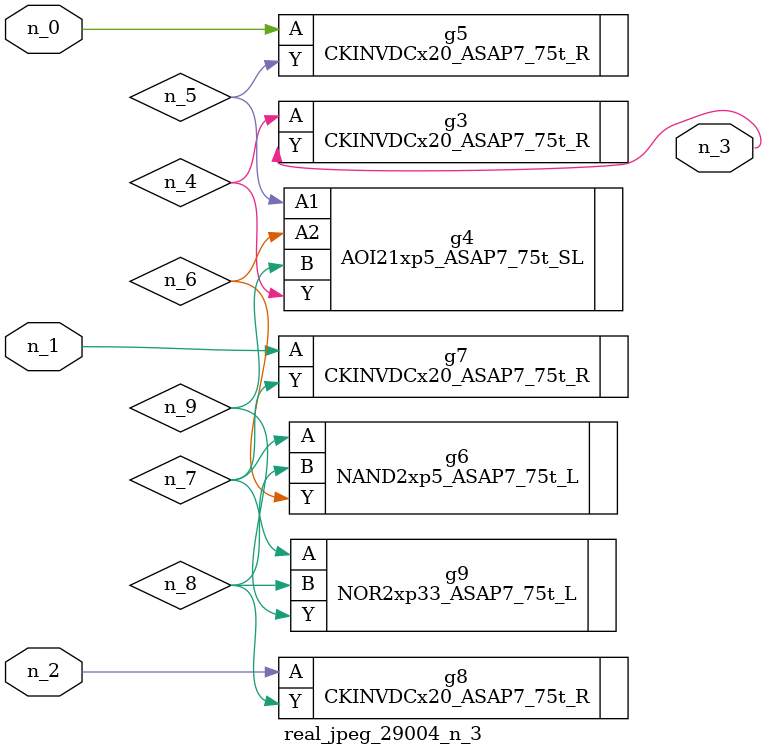
<source format=v>
module real_jpeg_29004_n_3 (n_1, n_0, n_2, n_3);

input n_1;
input n_0;
input n_2;

output n_3;

wire n_5;
wire n_4;
wire n_8;
wire n_6;
wire n_7;
wire n_9;

CKINVDCx20_ASAP7_75t_R g5 ( 
.A(n_0),
.Y(n_5)
);

CKINVDCx20_ASAP7_75t_R g7 ( 
.A(n_1),
.Y(n_7)
);

CKINVDCx20_ASAP7_75t_R g8 ( 
.A(n_2),
.Y(n_8)
);

CKINVDCx20_ASAP7_75t_R g3 ( 
.A(n_4),
.Y(n_3)
);

AOI21xp5_ASAP7_75t_SL g4 ( 
.A1(n_5),
.A2(n_6),
.B(n_9),
.Y(n_4)
);

NAND2xp5_ASAP7_75t_L g6 ( 
.A(n_7),
.B(n_8),
.Y(n_6)
);

NOR2xp33_ASAP7_75t_L g9 ( 
.A(n_7),
.B(n_8),
.Y(n_9)
);


endmodule
</source>
